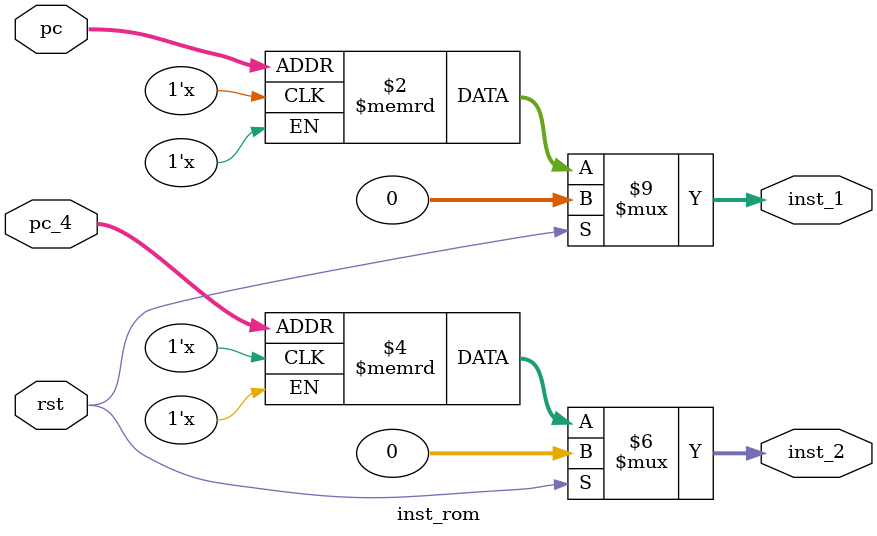
<source format=v>
module inst_rom(
    input wire rst,
    input wire[31:0] pc,
    input wire[31:0] pc_4,
    output reg[31:0] inst_1,
    output reg[31:0] inst_2
);

reg[31:0] rom [0:199];

always @(*) begin
    if(rst) begin
        inst_1=32'b0;
    end else begin
        inst_1=rom[pc];
    end
end

always @(*) begin
    if(rst) begin
        inst_2=32'b0;
    end else begin
        inst_2=rom[pc_4];
    end
end

endmodule
</source>
